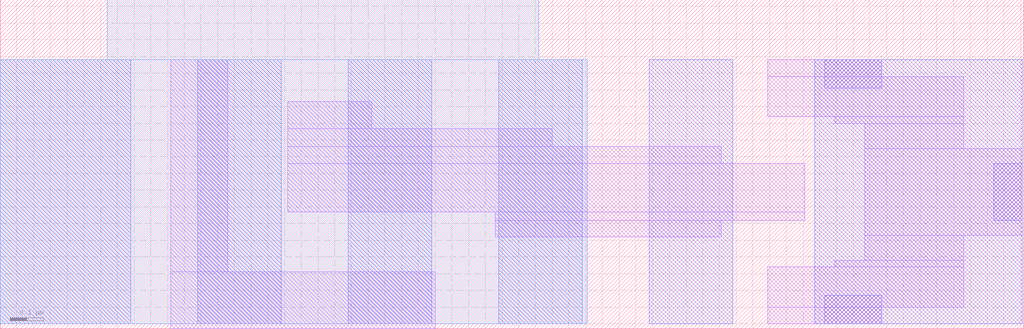
<source format=lef>
# Copyright 2020 The SkyWater PDK Authors
#
# Licensed under the Apache License, Version 2.0 (the "License");
# you may not use this file except in compliance with the License.
# You may obtain a copy of the License at
#
#     https://www.apache.org/licenses/LICENSE-2.0
#
# Unless required by applicable law or agreed to in writing, software
# distributed under the License is distributed on an "AS IS" BASIS,
# WITHOUT WARRANTIES OR CONDITIONS OF ANY KIND, either express or implied.
# See the License for the specific language governing permissions and
# limitations under the License.
#
# SPDX-License-Identifier: Apache-2.0

VERSION 5.7 ;
  NOWIREEXTENSIONATPIN ON ;
  DIVIDERCHAR "/" ;
  BUSBITCHARS "[]" ;
MACRO sky130_fd_bd_sram__sram_dp_blkinv_base
  CLASS BLOCK ;
  FOREIGN sky130_fd_bd_sram__sram_dp_blkinv_base ;
  ORIGIN  0.000000  0.015000 ;
  SIZE  3.060000 BY  0.985000 ;
  OBS
    LAYER li1 ;
      RECT 0.510000 -0.015000 1.300000 0.155000 ;
      RECT 0.510000  0.155000 0.680000 0.790000 ;
      RECT 0.860000  0.335000 2.405000 0.480000 ;
      RECT 0.860000  0.480000 2.155000 0.530000 ;
      RECT 0.860000  0.530000 1.650000 0.585000 ;
      RECT 0.860000  0.585000 1.110000 0.665000 ;
      RECT 1.480000  0.260000 2.155000 0.310000 ;
      RECT 1.480000  0.310000 2.405000 0.335000 ;
      RECT 2.295000  0.000000 2.635000 0.050000 ;
      RECT 2.295000  0.050000 2.880000 0.170000 ;
      RECT 2.295000  0.620000 2.880000 0.740000 ;
      RECT 2.295000  0.740000 2.635000 0.790000 ;
      RECT 2.495000  0.170000 2.880000 0.190000 ;
      RECT 2.495000  0.600000 2.880000 0.620000 ;
      RECT 2.585000  0.190000 2.880000 0.265000 ;
      RECT 2.585000  0.265000 3.055000 0.525000 ;
      RECT 2.585000  0.525000 2.880000 0.600000 ;
    LAYER mcon ;
      RECT 2.465000 0.000000 2.635000 0.085000 ;
      RECT 2.465000 0.705000 2.635000 0.790000 ;
      RECT 2.970000 0.310000 3.055000 0.480000 ;
    LAYER met1 ;
      RECT 0.000000 0.000000 0.390000 0.790000 ;
      RECT 0.590000 0.000000 0.840000 0.790000 ;
      RECT 1.040000 0.000000 1.290000 0.790000 ;
      RECT 1.490000 0.000000 1.740000 0.790000 ;
      RECT 1.940000 0.000000 2.190000 0.790000 ;
      RECT 2.435000 0.000000 3.055000 0.790000 ;
    LAYER nwell ;
      RECT 0.000000 0.000000 1.755000 0.790000 ;
      RECT 0.320000 0.790000 1.610000 0.970000 ;
  END
END sky130_fd_bd_sram__sram_dp_blkinv_base
END LIBRARY

</source>
